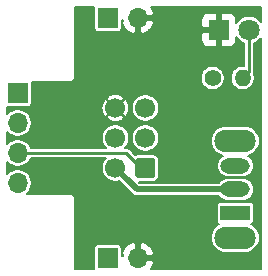
<source format=gbr>
%TF.GenerationSoftware,KiCad,Pcbnew,(5.1.8)-1*%
%TF.CreationDate,2021-11-16T13:30:18-08:00*%
%TF.ProjectId,ISPwPower,49535077-506f-4776-9572-2e6b69636164,rev?*%
%TF.SameCoordinates,Original*%
%TF.FileFunction,Copper,L2,Bot*%
%TF.FilePolarity,Positive*%
%FSLAX46Y46*%
G04 Gerber Fmt 4.6, Leading zero omitted, Abs format (unit mm)*
G04 Created by KiCad (PCBNEW (5.1.8)-1) date 2021-11-16 13:30:18*
%MOMM*%
%LPD*%
G01*
G04 APERTURE LIST*
%TA.AperFunction,ComponentPad*%
%ADD10O,1.400000X1.400000*%
%TD*%
%TA.AperFunction,ComponentPad*%
%ADD11C,1.400000*%
%TD*%
%TA.AperFunction,ComponentPad*%
%ADD12R,1.700000X1.700000*%
%TD*%
%TA.AperFunction,ComponentPad*%
%ADD13O,1.700000X1.700000*%
%TD*%
%TA.AperFunction,ComponentPad*%
%ADD14R,1.800000X1.800000*%
%TD*%
%TA.AperFunction,ComponentPad*%
%ADD15C,1.800000*%
%TD*%
%TA.AperFunction,ComponentPad*%
%ADD16C,1.700000*%
%TD*%
%TA.AperFunction,ComponentPad*%
%ADD17R,2.500000X1.300000*%
%TD*%
%TA.AperFunction,ComponentPad*%
%ADD18O,2.500000X1.300000*%
%TD*%
%TA.AperFunction,ComponentPad*%
%ADD19O,3.500001X1.900000*%
%TD*%
%TA.AperFunction,ViaPad*%
%ADD20C,1.270000*%
%TD*%
%TA.AperFunction,Conductor*%
%ADD21C,0.254000*%
%TD*%
%TA.AperFunction,Conductor*%
%ADD22C,0.508000*%
%TD*%
%TA.AperFunction,Conductor*%
%ADD23C,0.127000*%
%TD*%
%TA.AperFunction,Conductor*%
%ADD24C,0.100000*%
%TD*%
G04 APERTURE END LIST*
D10*
%TO.P,R1,2*%
%TO.N,Net-(D1-Pad2)*%
X168910000Y-95250000D03*
D11*
%TO.P,R1,1*%
%TO.N,/Vin*%
X166370000Y-95250000D03*
%TD*%
D12*
%TO.P,J4,1*%
%TO.N,/RES*%
X149860000Y-96520000D03*
D13*
%TO.P,J4,2*%
%TO.N,/SCK*%
X149860000Y-99060000D03*
%TO.P,J4,3*%
%TO.N,/MISO*%
X149860000Y-101600000D03*
%TO.P,J4,4*%
%TO.N,/MOSI*%
X149860000Y-104140000D03*
%TD*%
D12*
%TO.P,J3,1*%
%TO.N,/Vin*%
X157480000Y-110490000D03*
D13*
%TO.P,J3,2*%
%TO.N,GND*%
X160020000Y-110490000D03*
%TD*%
D12*
%TO.P,J2,1*%
%TO.N,/Vin*%
X157480000Y-90170000D03*
D13*
%TO.P,J2,2*%
%TO.N,GND*%
X160020000Y-90170000D03*
%TD*%
D14*
%TO.P,D1,1*%
%TO.N,GND*%
X166878000Y-91186000D03*
D15*
%TO.P,D1,2*%
%TO.N,Net-(D1-Pad2)*%
X169418000Y-91186000D03*
%TD*%
D16*
%TO.P,J1,6*%
%TO.N,GND*%
X158115000Y-97790000D03*
%TO.P,J1,4*%
%TO.N,/MOSI*%
X158115000Y-100330000D03*
%TO.P,J1,2*%
%TO.N,+V*%
X158115000Y-102870000D03*
%TO.P,J1,5*%
%TO.N,/RES*%
X160655000Y-97790000D03*
%TO.P,J1,3*%
%TO.N,/SCK*%
X160655000Y-100330000D03*
%TO.P,J1,1*%
%TO.N,/MISO*%
%TA.AperFunction,ComponentPad*%
G36*
G01*
X161505000Y-102270000D02*
X161505000Y-103470000D01*
G75*
G02*
X161255000Y-103720000I-250000J0D01*
G01*
X160055000Y-103720000D01*
G75*
G02*
X159805000Y-103470000I0J250000D01*
G01*
X159805000Y-102270000D01*
G75*
G02*
X160055000Y-102020000I250000J0D01*
G01*
X161255000Y-102020000D01*
G75*
G02*
X161505000Y-102270000I0J-250000D01*
G01*
G37*
%TD.AperFunction*%
%TD*%
D17*
%TO.P,SW1,1*%
%TO.N,/Vin*%
X168275000Y-106680000D03*
D18*
%TO.P,SW1,2*%
%TO.N,+V*%
X168275000Y-104680000D03*
%TO.P,SW1,3*%
%TO.N,Net-(SW1-Pad3)*%
X168275000Y-102680000D03*
D19*
%TO.P,SW1,*%
%TO.N,*%
X168275000Y-108780000D03*
X168275000Y-100580000D03*
%TD*%
D20*
%TO.N,GND*%
X153035000Y-103124000D03*
%TD*%
D21*
%TO.N,Net-(D1-Pad2)*%
X169164000Y-90932000D02*
X169418000Y-90678000D01*
X169418000Y-94742000D02*
X168910000Y-95250000D01*
X169418000Y-91567000D02*
X169545000Y-91440000D01*
X169418000Y-94742000D02*
X169418000Y-91567000D01*
D22*
%TO.N,+V*%
X158115000Y-102870000D02*
X159422210Y-104177210D01*
X159925000Y-104680000D02*
X159422210Y-104177210D01*
X168275000Y-104680000D02*
X159925000Y-104680000D01*
D21*
%TO.N,/MISO*%
X159004000Y-101600000D02*
X149860000Y-101600000D01*
X160274000Y-102870000D02*
X159004000Y-101600000D01*
X160655000Y-102870000D02*
X160274000Y-102870000D01*
%TD*%
D23*
%TO.N,GND*%
X156310964Y-89320000D02*
X156310964Y-91020000D01*
X156317094Y-91082241D01*
X156335249Y-91142090D01*
X156364731Y-91197247D01*
X156404407Y-91245593D01*
X156452753Y-91285269D01*
X156507910Y-91314751D01*
X156567759Y-91332906D01*
X156630000Y-91339036D01*
X158330000Y-91339036D01*
X158392241Y-91332906D01*
X158452090Y-91314751D01*
X158507247Y-91285269D01*
X158555593Y-91245593D01*
X158595269Y-91197247D01*
X158624751Y-91142090D01*
X158642906Y-91082241D01*
X158649036Y-91020000D01*
X158649036Y-90360502D01*
X158754189Y-90360502D01*
X158658459Y-90578522D01*
X158764319Y-90836296D01*
X158918434Y-91068465D01*
X159114882Y-91266106D01*
X159346113Y-91421624D01*
X159603241Y-91529043D01*
X159611480Y-91531533D01*
X159829500Y-91434354D01*
X159829500Y-90360500D01*
X160210500Y-90360500D01*
X160210500Y-91434354D01*
X160428520Y-91531533D01*
X160436759Y-91529043D01*
X160693887Y-91421624D01*
X160925118Y-91266106D01*
X161121566Y-91068465D01*
X161275681Y-90836296D01*
X161381541Y-90578522D01*
X161285810Y-90360500D01*
X160210500Y-90360500D01*
X159829500Y-90360500D01*
X159809500Y-90360500D01*
X159809500Y-90286000D01*
X165403735Y-90286000D01*
X165406500Y-90852625D01*
X165549375Y-90995500D01*
X166687500Y-90995500D01*
X166687500Y-89857375D01*
X166544625Y-89714500D01*
X165978000Y-89711735D01*
X165865966Y-89722769D01*
X165758238Y-89755448D01*
X165658955Y-89808516D01*
X165571933Y-89879933D01*
X165500516Y-89966955D01*
X165447448Y-90066238D01*
X165414769Y-90173966D01*
X165403735Y-90286000D01*
X159809500Y-90286000D01*
X159809500Y-89979500D01*
X159829500Y-89979500D01*
X159829500Y-89959500D01*
X160210500Y-89959500D01*
X160210500Y-89979500D01*
X161285810Y-89979500D01*
X161381541Y-89761478D01*
X161275681Y-89503704D01*
X161121566Y-89271535D01*
X161117555Y-89267500D01*
X170447500Y-89267500D01*
X170447500Y-90535313D01*
X170363694Y-90409889D01*
X170194111Y-90240306D01*
X169994703Y-90107065D01*
X169773132Y-90015288D01*
X169537913Y-89968500D01*
X169298087Y-89968500D01*
X169062868Y-90015288D01*
X168841297Y-90107065D01*
X168641889Y-90240306D01*
X168472306Y-90409889D01*
X168350773Y-90591775D01*
X168352265Y-90286000D01*
X168341231Y-90173966D01*
X168308552Y-90066238D01*
X168255484Y-89966955D01*
X168184067Y-89879933D01*
X168097045Y-89808516D01*
X167997762Y-89755448D01*
X167890034Y-89722769D01*
X167778000Y-89711735D01*
X167211375Y-89714500D01*
X167068500Y-89857375D01*
X167068500Y-90995500D01*
X167088500Y-90995500D01*
X167088500Y-91376500D01*
X167068500Y-91376500D01*
X167068500Y-92514625D01*
X167211375Y-92657500D01*
X167778000Y-92660265D01*
X167890034Y-92649231D01*
X167997762Y-92616552D01*
X168097045Y-92563484D01*
X168184067Y-92492067D01*
X168255484Y-92405045D01*
X168308552Y-92305762D01*
X168341231Y-92198034D01*
X168352265Y-92086000D01*
X168350773Y-91780225D01*
X168472306Y-91962111D01*
X168641889Y-92131694D01*
X168841297Y-92264935D01*
X168973501Y-92319695D01*
X168973500Y-94232500D01*
X168809785Y-94232500D01*
X168613206Y-94271602D01*
X168428033Y-94348303D01*
X168261382Y-94459656D01*
X168119656Y-94601382D01*
X168008303Y-94768033D01*
X167931602Y-94953206D01*
X167892500Y-95149785D01*
X167892500Y-95350215D01*
X167931602Y-95546794D01*
X168008303Y-95731967D01*
X168119656Y-95898618D01*
X168261382Y-96040344D01*
X168428033Y-96151697D01*
X168613206Y-96228398D01*
X168809785Y-96267500D01*
X169010215Y-96267500D01*
X169206794Y-96228398D01*
X169391967Y-96151697D01*
X169558618Y-96040344D01*
X169700344Y-95898618D01*
X169811697Y-95731967D01*
X169888398Y-95546794D01*
X169927500Y-95350215D01*
X169927500Y-95149785D01*
X169888398Y-94953206D01*
X169848010Y-94855701D01*
X169856068Y-94829137D01*
X169862500Y-94763830D01*
X169862500Y-94763821D01*
X169864649Y-94742001D01*
X169862500Y-94720181D01*
X169862500Y-92319695D01*
X169994703Y-92264935D01*
X170194111Y-92131694D01*
X170363694Y-91962111D01*
X170447500Y-91836687D01*
X170447501Y-111392500D01*
X161117555Y-111392500D01*
X161121566Y-111388465D01*
X161275681Y-111156296D01*
X161381541Y-110898522D01*
X161285810Y-110680500D01*
X160210500Y-110680500D01*
X160210500Y-110700500D01*
X159829500Y-110700500D01*
X159829500Y-110680500D01*
X159809500Y-110680500D01*
X159809500Y-110299500D01*
X159829500Y-110299500D01*
X159829500Y-109225646D01*
X160210500Y-109225646D01*
X160210500Y-110299500D01*
X161285810Y-110299500D01*
X161381541Y-110081478D01*
X161275681Y-109823704D01*
X161121566Y-109591535D01*
X160925118Y-109393894D01*
X160693887Y-109238376D01*
X160436759Y-109130957D01*
X160428520Y-109128467D01*
X160210500Y-109225646D01*
X159829500Y-109225646D01*
X159611480Y-109128467D01*
X159603241Y-109130957D01*
X159346113Y-109238376D01*
X159114882Y-109393894D01*
X158918434Y-109591535D01*
X158764319Y-109823704D01*
X158658459Y-110081478D01*
X158754189Y-110299498D01*
X158649036Y-110299498D01*
X158649036Y-109640000D01*
X158642906Y-109577759D01*
X158624751Y-109517910D01*
X158595269Y-109462753D01*
X158555593Y-109414407D01*
X158507247Y-109374731D01*
X158452090Y-109345249D01*
X158392241Y-109327094D01*
X158330000Y-109320964D01*
X156630000Y-109320964D01*
X156567759Y-109327094D01*
X156507910Y-109345249D01*
X156452753Y-109374731D01*
X156404407Y-109414407D01*
X156364731Y-109462753D01*
X156335249Y-109517910D01*
X156317094Y-109577759D01*
X156310964Y-109640000D01*
X156310964Y-111340000D01*
X156316135Y-111392500D01*
X154672500Y-111392500D01*
X154672500Y-108780000D01*
X166201368Y-108780000D01*
X166225840Y-109028473D01*
X166298317Y-109267398D01*
X166416014Y-109487592D01*
X166574406Y-109680594D01*
X166767408Y-109838986D01*
X166987602Y-109956683D01*
X167226527Y-110029160D01*
X167412740Y-110047500D01*
X169137260Y-110047500D01*
X169323473Y-110029160D01*
X169562398Y-109956683D01*
X169782592Y-109838986D01*
X169975594Y-109680594D01*
X170133986Y-109487592D01*
X170251683Y-109267398D01*
X170324160Y-109028473D01*
X170348632Y-108780000D01*
X170324160Y-108531527D01*
X170251683Y-108292602D01*
X170133986Y-108072408D01*
X169975594Y-107879406D01*
X169782592Y-107721014D01*
X169618642Y-107633380D01*
X169647090Y-107624751D01*
X169702247Y-107595269D01*
X169750593Y-107555593D01*
X169790269Y-107507247D01*
X169819751Y-107452090D01*
X169837906Y-107392241D01*
X169844036Y-107330000D01*
X169844036Y-106030000D01*
X169837906Y-105967759D01*
X169819751Y-105907910D01*
X169790269Y-105852753D01*
X169750593Y-105804407D01*
X169702247Y-105764731D01*
X169647090Y-105735249D01*
X169587241Y-105717094D01*
X169525000Y-105710964D01*
X167025000Y-105710964D01*
X166962759Y-105717094D01*
X166902910Y-105735249D01*
X166847753Y-105764731D01*
X166799407Y-105804407D01*
X166759731Y-105852753D01*
X166730249Y-105907910D01*
X166712094Y-105967759D01*
X166705964Y-106030000D01*
X166705964Y-107330000D01*
X166712094Y-107392241D01*
X166730249Y-107452090D01*
X166759731Y-107507247D01*
X166799407Y-107555593D01*
X166847753Y-107595269D01*
X166902910Y-107624751D01*
X166931358Y-107633380D01*
X166767408Y-107721014D01*
X166574406Y-107879406D01*
X166416014Y-108072408D01*
X166298317Y-108292602D01*
X166225840Y-108531527D01*
X166201368Y-108780000D01*
X154672500Y-108780000D01*
X154672500Y-105428050D01*
X154674278Y-105410000D01*
X154667182Y-105337957D01*
X154646168Y-105268683D01*
X154612043Y-105204840D01*
X154566119Y-105148881D01*
X154510160Y-105102957D01*
X154446317Y-105068832D01*
X154377043Y-105047818D01*
X154323051Y-105042500D01*
X154305000Y-105040722D01*
X154286949Y-105042500D01*
X150608594Y-105042500D01*
X150766856Y-104884238D01*
X150894625Y-104693019D01*
X150982634Y-104480547D01*
X151027500Y-104254989D01*
X151027500Y-104025011D01*
X150982634Y-103799453D01*
X150894625Y-103586981D01*
X150766856Y-103395762D01*
X150604238Y-103233144D01*
X150413019Y-103105375D01*
X150200547Y-103017366D01*
X149974989Y-102972500D01*
X149745011Y-102972500D01*
X149519453Y-103017366D01*
X149306981Y-103105375D01*
X149115762Y-103233144D01*
X148957500Y-103391406D01*
X148957500Y-102348594D01*
X149115762Y-102506856D01*
X149306981Y-102634625D01*
X149519453Y-102722634D01*
X149745011Y-102767500D01*
X149974989Y-102767500D01*
X150200547Y-102722634D01*
X150413019Y-102634625D01*
X150604238Y-102506856D01*
X150766856Y-102344238D01*
X150894625Y-102153019D01*
X150939575Y-102044500D01*
X157289406Y-102044500D01*
X157208144Y-102125762D01*
X157080375Y-102316981D01*
X156992366Y-102529453D01*
X156947500Y-102755011D01*
X156947500Y-102984989D01*
X156992366Y-103210547D01*
X157080375Y-103423019D01*
X157208144Y-103614238D01*
X157370762Y-103776856D01*
X157561981Y-103904625D01*
X157774453Y-103992634D01*
X158000011Y-104037500D01*
X158229989Y-104037500D01*
X158433748Y-103996970D01*
X159037949Y-104601172D01*
X159037954Y-104601176D01*
X159501034Y-105064257D01*
X159518933Y-105086067D01*
X159605955Y-105157484D01*
X159705238Y-105210552D01*
X159812966Y-105243231D01*
X159896926Y-105251500D01*
X159896927Y-105251500D01*
X159924999Y-105254265D01*
X159953071Y-105251500D01*
X166892418Y-105251500D01*
X166987564Y-105367436D01*
X167134885Y-105488339D01*
X167302962Y-105578178D01*
X167485337Y-105633501D01*
X167627473Y-105647500D01*
X168922527Y-105647500D01*
X169064663Y-105633501D01*
X169247038Y-105578178D01*
X169415115Y-105488339D01*
X169562436Y-105367436D01*
X169683339Y-105220115D01*
X169773178Y-105052038D01*
X169828501Y-104869663D01*
X169847181Y-104680000D01*
X169828501Y-104490337D01*
X169773178Y-104307962D01*
X169683339Y-104139885D01*
X169562436Y-103992564D01*
X169415115Y-103871661D01*
X169247038Y-103781822D01*
X169064663Y-103726499D01*
X168922527Y-103712500D01*
X167627473Y-103712500D01*
X167485337Y-103726499D01*
X167302962Y-103781822D01*
X167134885Y-103871661D01*
X166987564Y-103992564D01*
X166892418Y-104108500D01*
X160161723Y-104108500D01*
X160092259Y-104039036D01*
X161255000Y-104039036D01*
X161366013Y-104028102D01*
X161472761Y-103995721D01*
X161571139Y-103943136D01*
X161657369Y-103872369D01*
X161728136Y-103786139D01*
X161780721Y-103687761D01*
X161813102Y-103581013D01*
X161824036Y-103470000D01*
X161824036Y-102270000D01*
X161813102Y-102158987D01*
X161780721Y-102052239D01*
X161728136Y-101953861D01*
X161657369Y-101867631D01*
X161571139Y-101796864D01*
X161472761Y-101744279D01*
X161366013Y-101711898D01*
X161255000Y-101700964D01*
X160055000Y-101700964D01*
X159943987Y-101711898D01*
X159837239Y-101744279D01*
X159797915Y-101765298D01*
X159333747Y-101301130D01*
X159319829Y-101284171D01*
X159252145Y-101228624D01*
X159174926Y-101187349D01*
X159091137Y-101161932D01*
X159025830Y-101155500D01*
X159025820Y-101155500D01*
X159004000Y-101153351D01*
X158982180Y-101155500D01*
X158940594Y-101155500D01*
X159021856Y-101074238D01*
X159149625Y-100883019D01*
X159237634Y-100670547D01*
X159282500Y-100444989D01*
X159282500Y-100215011D01*
X159487500Y-100215011D01*
X159487500Y-100444989D01*
X159532366Y-100670547D01*
X159620375Y-100883019D01*
X159748144Y-101074238D01*
X159910762Y-101236856D01*
X160101981Y-101364625D01*
X160314453Y-101452634D01*
X160540011Y-101497500D01*
X160769989Y-101497500D01*
X160995547Y-101452634D01*
X161208019Y-101364625D01*
X161399238Y-101236856D01*
X161561856Y-101074238D01*
X161689625Y-100883019D01*
X161777634Y-100670547D01*
X161795644Y-100580000D01*
X166201368Y-100580000D01*
X166225840Y-100828473D01*
X166298317Y-101067398D01*
X166416014Y-101287592D01*
X166574406Y-101480594D01*
X166767408Y-101638986D01*
X166987602Y-101756683D01*
X167218790Y-101826813D01*
X167134885Y-101871661D01*
X166987564Y-101992564D01*
X166866661Y-102139885D01*
X166776822Y-102307962D01*
X166721499Y-102490337D01*
X166702819Y-102680000D01*
X166721499Y-102869663D01*
X166776822Y-103052038D01*
X166866661Y-103220115D01*
X166987564Y-103367436D01*
X167134885Y-103488339D01*
X167302962Y-103578178D01*
X167485337Y-103633501D01*
X167627473Y-103647500D01*
X168922527Y-103647500D01*
X169064663Y-103633501D01*
X169247038Y-103578178D01*
X169415115Y-103488339D01*
X169562436Y-103367436D01*
X169683339Y-103220115D01*
X169773178Y-103052038D01*
X169828501Y-102869663D01*
X169847181Y-102680000D01*
X169828501Y-102490337D01*
X169773178Y-102307962D01*
X169683339Y-102139885D01*
X169562436Y-101992564D01*
X169415115Y-101871661D01*
X169331210Y-101826813D01*
X169562398Y-101756683D01*
X169782592Y-101638986D01*
X169975594Y-101480594D01*
X170133986Y-101287592D01*
X170251683Y-101067398D01*
X170324160Y-100828473D01*
X170348632Y-100580000D01*
X170324160Y-100331527D01*
X170251683Y-100092602D01*
X170133986Y-99872408D01*
X169975594Y-99679406D01*
X169782592Y-99521014D01*
X169562398Y-99403317D01*
X169323473Y-99330840D01*
X169137260Y-99312500D01*
X167412740Y-99312500D01*
X167226527Y-99330840D01*
X166987602Y-99403317D01*
X166767408Y-99521014D01*
X166574406Y-99679406D01*
X166416014Y-99872408D01*
X166298317Y-100092602D01*
X166225840Y-100331527D01*
X166201368Y-100580000D01*
X161795644Y-100580000D01*
X161822500Y-100444989D01*
X161822500Y-100215011D01*
X161777634Y-99989453D01*
X161689625Y-99776981D01*
X161561856Y-99585762D01*
X161399238Y-99423144D01*
X161208019Y-99295375D01*
X160995547Y-99207366D01*
X160769989Y-99162500D01*
X160540011Y-99162500D01*
X160314453Y-99207366D01*
X160101981Y-99295375D01*
X159910762Y-99423144D01*
X159748144Y-99585762D01*
X159620375Y-99776981D01*
X159532366Y-99989453D01*
X159487500Y-100215011D01*
X159282500Y-100215011D01*
X159237634Y-99989453D01*
X159149625Y-99776981D01*
X159021856Y-99585762D01*
X158859238Y-99423144D01*
X158668019Y-99295375D01*
X158455547Y-99207366D01*
X158229989Y-99162500D01*
X158000011Y-99162500D01*
X157774453Y-99207366D01*
X157561981Y-99295375D01*
X157370762Y-99423144D01*
X157208144Y-99585762D01*
X157080375Y-99776981D01*
X156992366Y-99989453D01*
X156947500Y-100215011D01*
X156947500Y-100444989D01*
X156992366Y-100670547D01*
X157080375Y-100883019D01*
X157208144Y-101074238D01*
X157289406Y-101155500D01*
X150939575Y-101155500D01*
X150894625Y-101046981D01*
X150766856Y-100855762D01*
X150604238Y-100693144D01*
X150413019Y-100565375D01*
X150200547Y-100477366D01*
X149974989Y-100432500D01*
X149745011Y-100432500D01*
X149519453Y-100477366D01*
X149306981Y-100565375D01*
X149115762Y-100693144D01*
X148957500Y-100851406D01*
X148957500Y-99808594D01*
X149115762Y-99966856D01*
X149306981Y-100094625D01*
X149519453Y-100182634D01*
X149745011Y-100227500D01*
X149974989Y-100227500D01*
X150200547Y-100182634D01*
X150413019Y-100094625D01*
X150604238Y-99966856D01*
X150766856Y-99804238D01*
X150894625Y-99613019D01*
X150982634Y-99400547D01*
X151027500Y-99174989D01*
X151027500Y-98945011D01*
X150982634Y-98719453D01*
X150928966Y-98589886D01*
X157368995Y-98589886D01*
X157456628Y-98760991D01*
X157658710Y-98870776D01*
X157878326Y-98939027D01*
X158107037Y-98963122D01*
X158336055Y-98942134D01*
X158556578Y-98876870D01*
X158760130Y-98769839D01*
X158773372Y-98760991D01*
X158861005Y-98589886D01*
X158115000Y-97843882D01*
X157368995Y-98589886D01*
X150928966Y-98589886D01*
X150894625Y-98506981D01*
X150766856Y-98315762D01*
X150604238Y-98153144D01*
X150413019Y-98025375D01*
X150200547Y-97937366D01*
X149974989Y-97892500D01*
X149745011Y-97892500D01*
X149519453Y-97937366D01*
X149306981Y-98025375D01*
X149115762Y-98153144D01*
X148957500Y-98311406D01*
X148957500Y-97782037D01*
X156941878Y-97782037D01*
X156962866Y-98011055D01*
X157028130Y-98231578D01*
X157135161Y-98435130D01*
X157144009Y-98448372D01*
X157315114Y-98536005D01*
X158061118Y-97790000D01*
X158168882Y-97790000D01*
X158914886Y-98536005D01*
X159085991Y-98448372D01*
X159195776Y-98246290D01*
X159264027Y-98026674D01*
X159288122Y-97797963D01*
X159276855Y-97675011D01*
X159487500Y-97675011D01*
X159487500Y-97904989D01*
X159532366Y-98130547D01*
X159620375Y-98343019D01*
X159748144Y-98534238D01*
X159910762Y-98696856D01*
X160101981Y-98824625D01*
X160314453Y-98912634D01*
X160540011Y-98957500D01*
X160769989Y-98957500D01*
X160995547Y-98912634D01*
X161208019Y-98824625D01*
X161399238Y-98696856D01*
X161561856Y-98534238D01*
X161689625Y-98343019D01*
X161777634Y-98130547D01*
X161822500Y-97904989D01*
X161822500Y-97675011D01*
X161777634Y-97449453D01*
X161689625Y-97236981D01*
X161561856Y-97045762D01*
X161399238Y-96883144D01*
X161208019Y-96755375D01*
X160995547Y-96667366D01*
X160769989Y-96622500D01*
X160540011Y-96622500D01*
X160314453Y-96667366D01*
X160101981Y-96755375D01*
X159910762Y-96883144D01*
X159748144Y-97045762D01*
X159620375Y-97236981D01*
X159532366Y-97449453D01*
X159487500Y-97675011D01*
X159276855Y-97675011D01*
X159267134Y-97568945D01*
X159201870Y-97348422D01*
X159094839Y-97144870D01*
X159085991Y-97131628D01*
X158914886Y-97043995D01*
X158168882Y-97790000D01*
X158061118Y-97790000D01*
X157315114Y-97043995D01*
X157144009Y-97131628D01*
X157034224Y-97333710D01*
X156965973Y-97553326D01*
X156941878Y-97782037D01*
X148957500Y-97782037D01*
X148957500Y-97683865D01*
X149010000Y-97689036D01*
X150710000Y-97689036D01*
X150772241Y-97682906D01*
X150832090Y-97664751D01*
X150887247Y-97635269D01*
X150935593Y-97595593D01*
X150975269Y-97547247D01*
X151004751Y-97492090D01*
X151022906Y-97432241D01*
X151029036Y-97370000D01*
X151029036Y-96990114D01*
X157368995Y-96990114D01*
X158115000Y-97736118D01*
X158861005Y-96990114D01*
X158773372Y-96819009D01*
X158571290Y-96709224D01*
X158351674Y-96640973D01*
X158122963Y-96616878D01*
X157893945Y-96637866D01*
X157673422Y-96703130D01*
X157469870Y-96810161D01*
X157456628Y-96819009D01*
X157368995Y-96990114D01*
X151029036Y-96990114D01*
X151029036Y-95670000D01*
X151023865Y-95617500D01*
X154286949Y-95617500D01*
X154305000Y-95619278D01*
X154323051Y-95617500D01*
X154377043Y-95612182D01*
X154446317Y-95591168D01*
X154510160Y-95557043D01*
X154566119Y-95511119D01*
X154612043Y-95455160D01*
X154646168Y-95391317D01*
X154667182Y-95322043D01*
X154674278Y-95250000D01*
X154672500Y-95231949D01*
X154672500Y-95149785D01*
X165352500Y-95149785D01*
X165352500Y-95350215D01*
X165391602Y-95546794D01*
X165468303Y-95731967D01*
X165579656Y-95898618D01*
X165721382Y-96040344D01*
X165888033Y-96151697D01*
X166073206Y-96228398D01*
X166269785Y-96267500D01*
X166470215Y-96267500D01*
X166666794Y-96228398D01*
X166851967Y-96151697D01*
X167018618Y-96040344D01*
X167160344Y-95898618D01*
X167271697Y-95731967D01*
X167348398Y-95546794D01*
X167387500Y-95350215D01*
X167387500Y-95149785D01*
X167348398Y-94953206D01*
X167271697Y-94768033D01*
X167160344Y-94601382D01*
X167018618Y-94459656D01*
X166851967Y-94348303D01*
X166666794Y-94271602D01*
X166470215Y-94232500D01*
X166269785Y-94232500D01*
X166073206Y-94271602D01*
X165888033Y-94348303D01*
X165721382Y-94459656D01*
X165579656Y-94601382D01*
X165468303Y-94768033D01*
X165391602Y-94953206D01*
X165352500Y-95149785D01*
X154672500Y-95149785D01*
X154672500Y-92086000D01*
X165403735Y-92086000D01*
X165414769Y-92198034D01*
X165447448Y-92305762D01*
X165500516Y-92405045D01*
X165571933Y-92492067D01*
X165658955Y-92563484D01*
X165758238Y-92616552D01*
X165865966Y-92649231D01*
X165978000Y-92660265D01*
X166544625Y-92657500D01*
X166687500Y-92514625D01*
X166687500Y-91376500D01*
X165549375Y-91376500D01*
X165406500Y-91519375D01*
X165403735Y-92086000D01*
X154672500Y-92086000D01*
X154672500Y-89267500D01*
X156316135Y-89267500D01*
X156310964Y-89320000D01*
%TA.AperFunction,Conductor*%
D24*
G36*
X156310964Y-89320000D02*
G01*
X156310964Y-91020000D01*
X156317094Y-91082241D01*
X156335249Y-91142090D01*
X156364731Y-91197247D01*
X156404407Y-91245593D01*
X156452753Y-91285269D01*
X156507910Y-91314751D01*
X156567759Y-91332906D01*
X156630000Y-91339036D01*
X158330000Y-91339036D01*
X158392241Y-91332906D01*
X158452090Y-91314751D01*
X158507247Y-91285269D01*
X158555593Y-91245593D01*
X158595269Y-91197247D01*
X158624751Y-91142090D01*
X158642906Y-91082241D01*
X158649036Y-91020000D01*
X158649036Y-90360502D01*
X158754189Y-90360502D01*
X158658459Y-90578522D01*
X158764319Y-90836296D01*
X158918434Y-91068465D01*
X159114882Y-91266106D01*
X159346113Y-91421624D01*
X159603241Y-91529043D01*
X159611480Y-91531533D01*
X159829500Y-91434354D01*
X159829500Y-90360500D01*
X160210500Y-90360500D01*
X160210500Y-91434354D01*
X160428520Y-91531533D01*
X160436759Y-91529043D01*
X160693887Y-91421624D01*
X160925118Y-91266106D01*
X161121566Y-91068465D01*
X161275681Y-90836296D01*
X161381541Y-90578522D01*
X161285810Y-90360500D01*
X160210500Y-90360500D01*
X159829500Y-90360500D01*
X159809500Y-90360500D01*
X159809500Y-90286000D01*
X165403735Y-90286000D01*
X165406500Y-90852625D01*
X165549375Y-90995500D01*
X166687500Y-90995500D01*
X166687500Y-89857375D01*
X166544625Y-89714500D01*
X165978000Y-89711735D01*
X165865966Y-89722769D01*
X165758238Y-89755448D01*
X165658955Y-89808516D01*
X165571933Y-89879933D01*
X165500516Y-89966955D01*
X165447448Y-90066238D01*
X165414769Y-90173966D01*
X165403735Y-90286000D01*
X159809500Y-90286000D01*
X159809500Y-89979500D01*
X159829500Y-89979500D01*
X159829500Y-89959500D01*
X160210500Y-89959500D01*
X160210500Y-89979500D01*
X161285810Y-89979500D01*
X161381541Y-89761478D01*
X161275681Y-89503704D01*
X161121566Y-89271535D01*
X161117555Y-89267500D01*
X170447500Y-89267500D01*
X170447500Y-90535313D01*
X170363694Y-90409889D01*
X170194111Y-90240306D01*
X169994703Y-90107065D01*
X169773132Y-90015288D01*
X169537913Y-89968500D01*
X169298087Y-89968500D01*
X169062868Y-90015288D01*
X168841297Y-90107065D01*
X168641889Y-90240306D01*
X168472306Y-90409889D01*
X168350773Y-90591775D01*
X168352265Y-90286000D01*
X168341231Y-90173966D01*
X168308552Y-90066238D01*
X168255484Y-89966955D01*
X168184067Y-89879933D01*
X168097045Y-89808516D01*
X167997762Y-89755448D01*
X167890034Y-89722769D01*
X167778000Y-89711735D01*
X167211375Y-89714500D01*
X167068500Y-89857375D01*
X167068500Y-90995500D01*
X167088500Y-90995500D01*
X167088500Y-91376500D01*
X167068500Y-91376500D01*
X167068500Y-92514625D01*
X167211375Y-92657500D01*
X167778000Y-92660265D01*
X167890034Y-92649231D01*
X167997762Y-92616552D01*
X168097045Y-92563484D01*
X168184067Y-92492067D01*
X168255484Y-92405045D01*
X168308552Y-92305762D01*
X168341231Y-92198034D01*
X168352265Y-92086000D01*
X168350773Y-91780225D01*
X168472306Y-91962111D01*
X168641889Y-92131694D01*
X168841297Y-92264935D01*
X168973501Y-92319695D01*
X168973500Y-94232500D01*
X168809785Y-94232500D01*
X168613206Y-94271602D01*
X168428033Y-94348303D01*
X168261382Y-94459656D01*
X168119656Y-94601382D01*
X168008303Y-94768033D01*
X167931602Y-94953206D01*
X167892500Y-95149785D01*
X167892500Y-95350215D01*
X167931602Y-95546794D01*
X168008303Y-95731967D01*
X168119656Y-95898618D01*
X168261382Y-96040344D01*
X168428033Y-96151697D01*
X168613206Y-96228398D01*
X168809785Y-96267500D01*
X169010215Y-96267500D01*
X169206794Y-96228398D01*
X169391967Y-96151697D01*
X169558618Y-96040344D01*
X169700344Y-95898618D01*
X169811697Y-95731967D01*
X169888398Y-95546794D01*
X169927500Y-95350215D01*
X169927500Y-95149785D01*
X169888398Y-94953206D01*
X169848010Y-94855701D01*
X169856068Y-94829137D01*
X169862500Y-94763830D01*
X169862500Y-94763821D01*
X169864649Y-94742001D01*
X169862500Y-94720181D01*
X169862500Y-92319695D01*
X169994703Y-92264935D01*
X170194111Y-92131694D01*
X170363694Y-91962111D01*
X170447500Y-91836687D01*
X170447501Y-111392500D01*
X161117555Y-111392500D01*
X161121566Y-111388465D01*
X161275681Y-111156296D01*
X161381541Y-110898522D01*
X161285810Y-110680500D01*
X160210500Y-110680500D01*
X160210500Y-110700500D01*
X159829500Y-110700500D01*
X159829500Y-110680500D01*
X159809500Y-110680500D01*
X159809500Y-110299500D01*
X159829500Y-110299500D01*
X159829500Y-109225646D01*
X160210500Y-109225646D01*
X160210500Y-110299500D01*
X161285810Y-110299500D01*
X161381541Y-110081478D01*
X161275681Y-109823704D01*
X161121566Y-109591535D01*
X160925118Y-109393894D01*
X160693887Y-109238376D01*
X160436759Y-109130957D01*
X160428520Y-109128467D01*
X160210500Y-109225646D01*
X159829500Y-109225646D01*
X159611480Y-109128467D01*
X159603241Y-109130957D01*
X159346113Y-109238376D01*
X159114882Y-109393894D01*
X158918434Y-109591535D01*
X158764319Y-109823704D01*
X158658459Y-110081478D01*
X158754189Y-110299498D01*
X158649036Y-110299498D01*
X158649036Y-109640000D01*
X158642906Y-109577759D01*
X158624751Y-109517910D01*
X158595269Y-109462753D01*
X158555593Y-109414407D01*
X158507247Y-109374731D01*
X158452090Y-109345249D01*
X158392241Y-109327094D01*
X158330000Y-109320964D01*
X156630000Y-109320964D01*
X156567759Y-109327094D01*
X156507910Y-109345249D01*
X156452753Y-109374731D01*
X156404407Y-109414407D01*
X156364731Y-109462753D01*
X156335249Y-109517910D01*
X156317094Y-109577759D01*
X156310964Y-109640000D01*
X156310964Y-111340000D01*
X156316135Y-111392500D01*
X154672500Y-111392500D01*
X154672500Y-108780000D01*
X166201368Y-108780000D01*
X166225840Y-109028473D01*
X166298317Y-109267398D01*
X166416014Y-109487592D01*
X166574406Y-109680594D01*
X166767408Y-109838986D01*
X166987602Y-109956683D01*
X167226527Y-110029160D01*
X167412740Y-110047500D01*
X169137260Y-110047500D01*
X169323473Y-110029160D01*
X169562398Y-109956683D01*
X169782592Y-109838986D01*
X169975594Y-109680594D01*
X170133986Y-109487592D01*
X170251683Y-109267398D01*
X170324160Y-109028473D01*
X170348632Y-108780000D01*
X170324160Y-108531527D01*
X170251683Y-108292602D01*
X170133986Y-108072408D01*
X169975594Y-107879406D01*
X169782592Y-107721014D01*
X169618642Y-107633380D01*
X169647090Y-107624751D01*
X169702247Y-107595269D01*
X169750593Y-107555593D01*
X169790269Y-107507247D01*
X169819751Y-107452090D01*
X169837906Y-107392241D01*
X169844036Y-107330000D01*
X169844036Y-106030000D01*
X169837906Y-105967759D01*
X169819751Y-105907910D01*
X169790269Y-105852753D01*
X169750593Y-105804407D01*
X169702247Y-105764731D01*
X169647090Y-105735249D01*
X169587241Y-105717094D01*
X169525000Y-105710964D01*
X167025000Y-105710964D01*
X166962759Y-105717094D01*
X166902910Y-105735249D01*
X166847753Y-105764731D01*
X166799407Y-105804407D01*
X166759731Y-105852753D01*
X166730249Y-105907910D01*
X166712094Y-105967759D01*
X166705964Y-106030000D01*
X166705964Y-107330000D01*
X166712094Y-107392241D01*
X166730249Y-107452090D01*
X166759731Y-107507247D01*
X166799407Y-107555593D01*
X166847753Y-107595269D01*
X166902910Y-107624751D01*
X166931358Y-107633380D01*
X166767408Y-107721014D01*
X166574406Y-107879406D01*
X166416014Y-108072408D01*
X166298317Y-108292602D01*
X166225840Y-108531527D01*
X166201368Y-108780000D01*
X154672500Y-108780000D01*
X154672500Y-105428050D01*
X154674278Y-105410000D01*
X154667182Y-105337957D01*
X154646168Y-105268683D01*
X154612043Y-105204840D01*
X154566119Y-105148881D01*
X154510160Y-105102957D01*
X154446317Y-105068832D01*
X154377043Y-105047818D01*
X154323051Y-105042500D01*
X154305000Y-105040722D01*
X154286949Y-105042500D01*
X150608594Y-105042500D01*
X150766856Y-104884238D01*
X150894625Y-104693019D01*
X150982634Y-104480547D01*
X151027500Y-104254989D01*
X151027500Y-104025011D01*
X150982634Y-103799453D01*
X150894625Y-103586981D01*
X150766856Y-103395762D01*
X150604238Y-103233144D01*
X150413019Y-103105375D01*
X150200547Y-103017366D01*
X149974989Y-102972500D01*
X149745011Y-102972500D01*
X149519453Y-103017366D01*
X149306981Y-103105375D01*
X149115762Y-103233144D01*
X148957500Y-103391406D01*
X148957500Y-102348594D01*
X149115762Y-102506856D01*
X149306981Y-102634625D01*
X149519453Y-102722634D01*
X149745011Y-102767500D01*
X149974989Y-102767500D01*
X150200547Y-102722634D01*
X150413019Y-102634625D01*
X150604238Y-102506856D01*
X150766856Y-102344238D01*
X150894625Y-102153019D01*
X150939575Y-102044500D01*
X157289406Y-102044500D01*
X157208144Y-102125762D01*
X157080375Y-102316981D01*
X156992366Y-102529453D01*
X156947500Y-102755011D01*
X156947500Y-102984989D01*
X156992366Y-103210547D01*
X157080375Y-103423019D01*
X157208144Y-103614238D01*
X157370762Y-103776856D01*
X157561981Y-103904625D01*
X157774453Y-103992634D01*
X158000011Y-104037500D01*
X158229989Y-104037500D01*
X158433748Y-103996970D01*
X159037949Y-104601172D01*
X159037954Y-104601176D01*
X159501034Y-105064257D01*
X159518933Y-105086067D01*
X159605955Y-105157484D01*
X159705238Y-105210552D01*
X159812966Y-105243231D01*
X159896926Y-105251500D01*
X159896927Y-105251500D01*
X159924999Y-105254265D01*
X159953071Y-105251500D01*
X166892418Y-105251500D01*
X166987564Y-105367436D01*
X167134885Y-105488339D01*
X167302962Y-105578178D01*
X167485337Y-105633501D01*
X167627473Y-105647500D01*
X168922527Y-105647500D01*
X169064663Y-105633501D01*
X169247038Y-105578178D01*
X169415115Y-105488339D01*
X169562436Y-105367436D01*
X169683339Y-105220115D01*
X169773178Y-105052038D01*
X169828501Y-104869663D01*
X169847181Y-104680000D01*
X169828501Y-104490337D01*
X169773178Y-104307962D01*
X169683339Y-104139885D01*
X169562436Y-103992564D01*
X169415115Y-103871661D01*
X169247038Y-103781822D01*
X169064663Y-103726499D01*
X168922527Y-103712500D01*
X167627473Y-103712500D01*
X167485337Y-103726499D01*
X167302962Y-103781822D01*
X167134885Y-103871661D01*
X166987564Y-103992564D01*
X166892418Y-104108500D01*
X160161723Y-104108500D01*
X160092259Y-104039036D01*
X161255000Y-104039036D01*
X161366013Y-104028102D01*
X161472761Y-103995721D01*
X161571139Y-103943136D01*
X161657369Y-103872369D01*
X161728136Y-103786139D01*
X161780721Y-103687761D01*
X161813102Y-103581013D01*
X161824036Y-103470000D01*
X161824036Y-102270000D01*
X161813102Y-102158987D01*
X161780721Y-102052239D01*
X161728136Y-101953861D01*
X161657369Y-101867631D01*
X161571139Y-101796864D01*
X161472761Y-101744279D01*
X161366013Y-101711898D01*
X161255000Y-101700964D01*
X160055000Y-101700964D01*
X159943987Y-101711898D01*
X159837239Y-101744279D01*
X159797915Y-101765298D01*
X159333747Y-101301130D01*
X159319829Y-101284171D01*
X159252145Y-101228624D01*
X159174926Y-101187349D01*
X159091137Y-101161932D01*
X159025830Y-101155500D01*
X159025820Y-101155500D01*
X159004000Y-101153351D01*
X158982180Y-101155500D01*
X158940594Y-101155500D01*
X159021856Y-101074238D01*
X159149625Y-100883019D01*
X159237634Y-100670547D01*
X159282500Y-100444989D01*
X159282500Y-100215011D01*
X159487500Y-100215011D01*
X159487500Y-100444989D01*
X159532366Y-100670547D01*
X159620375Y-100883019D01*
X159748144Y-101074238D01*
X159910762Y-101236856D01*
X160101981Y-101364625D01*
X160314453Y-101452634D01*
X160540011Y-101497500D01*
X160769989Y-101497500D01*
X160995547Y-101452634D01*
X161208019Y-101364625D01*
X161399238Y-101236856D01*
X161561856Y-101074238D01*
X161689625Y-100883019D01*
X161777634Y-100670547D01*
X161795644Y-100580000D01*
X166201368Y-100580000D01*
X166225840Y-100828473D01*
X166298317Y-101067398D01*
X166416014Y-101287592D01*
X166574406Y-101480594D01*
X166767408Y-101638986D01*
X166987602Y-101756683D01*
X167218790Y-101826813D01*
X167134885Y-101871661D01*
X166987564Y-101992564D01*
X166866661Y-102139885D01*
X166776822Y-102307962D01*
X166721499Y-102490337D01*
X166702819Y-102680000D01*
X166721499Y-102869663D01*
X166776822Y-103052038D01*
X166866661Y-103220115D01*
X166987564Y-103367436D01*
X167134885Y-103488339D01*
X167302962Y-103578178D01*
X167485337Y-103633501D01*
X167627473Y-103647500D01*
X168922527Y-103647500D01*
X169064663Y-103633501D01*
X169247038Y-103578178D01*
X169415115Y-103488339D01*
X169562436Y-103367436D01*
X169683339Y-103220115D01*
X169773178Y-103052038D01*
X169828501Y-102869663D01*
X169847181Y-102680000D01*
X169828501Y-102490337D01*
X169773178Y-102307962D01*
X169683339Y-102139885D01*
X169562436Y-101992564D01*
X169415115Y-101871661D01*
X169331210Y-101826813D01*
X169562398Y-101756683D01*
X169782592Y-101638986D01*
X169975594Y-101480594D01*
X170133986Y-101287592D01*
X170251683Y-101067398D01*
X170324160Y-100828473D01*
X170348632Y-100580000D01*
X170324160Y-100331527D01*
X170251683Y-100092602D01*
X170133986Y-99872408D01*
X169975594Y-99679406D01*
X169782592Y-99521014D01*
X169562398Y-99403317D01*
X169323473Y-99330840D01*
X169137260Y-99312500D01*
X167412740Y-99312500D01*
X167226527Y-99330840D01*
X166987602Y-99403317D01*
X166767408Y-99521014D01*
X166574406Y-99679406D01*
X166416014Y-99872408D01*
X166298317Y-100092602D01*
X166225840Y-100331527D01*
X166201368Y-100580000D01*
X161795644Y-100580000D01*
X161822500Y-100444989D01*
X161822500Y-100215011D01*
X161777634Y-99989453D01*
X161689625Y-99776981D01*
X161561856Y-99585762D01*
X161399238Y-99423144D01*
X161208019Y-99295375D01*
X160995547Y-99207366D01*
X160769989Y-99162500D01*
X160540011Y-99162500D01*
X160314453Y-99207366D01*
X160101981Y-99295375D01*
X159910762Y-99423144D01*
X159748144Y-99585762D01*
X159620375Y-99776981D01*
X159532366Y-99989453D01*
X159487500Y-100215011D01*
X159282500Y-100215011D01*
X159237634Y-99989453D01*
X159149625Y-99776981D01*
X159021856Y-99585762D01*
X158859238Y-99423144D01*
X158668019Y-99295375D01*
X158455547Y-99207366D01*
X158229989Y-99162500D01*
X158000011Y-99162500D01*
X157774453Y-99207366D01*
X157561981Y-99295375D01*
X157370762Y-99423144D01*
X157208144Y-99585762D01*
X157080375Y-99776981D01*
X156992366Y-99989453D01*
X156947500Y-100215011D01*
X156947500Y-100444989D01*
X156992366Y-100670547D01*
X157080375Y-100883019D01*
X157208144Y-101074238D01*
X157289406Y-101155500D01*
X150939575Y-101155500D01*
X150894625Y-101046981D01*
X150766856Y-100855762D01*
X150604238Y-100693144D01*
X150413019Y-100565375D01*
X150200547Y-100477366D01*
X149974989Y-100432500D01*
X149745011Y-100432500D01*
X149519453Y-100477366D01*
X149306981Y-100565375D01*
X149115762Y-100693144D01*
X148957500Y-100851406D01*
X148957500Y-99808594D01*
X149115762Y-99966856D01*
X149306981Y-100094625D01*
X149519453Y-100182634D01*
X149745011Y-100227500D01*
X149974989Y-100227500D01*
X150200547Y-100182634D01*
X150413019Y-100094625D01*
X150604238Y-99966856D01*
X150766856Y-99804238D01*
X150894625Y-99613019D01*
X150982634Y-99400547D01*
X151027500Y-99174989D01*
X151027500Y-98945011D01*
X150982634Y-98719453D01*
X150928966Y-98589886D01*
X157368995Y-98589886D01*
X157456628Y-98760991D01*
X157658710Y-98870776D01*
X157878326Y-98939027D01*
X158107037Y-98963122D01*
X158336055Y-98942134D01*
X158556578Y-98876870D01*
X158760130Y-98769839D01*
X158773372Y-98760991D01*
X158861005Y-98589886D01*
X158115000Y-97843882D01*
X157368995Y-98589886D01*
X150928966Y-98589886D01*
X150894625Y-98506981D01*
X150766856Y-98315762D01*
X150604238Y-98153144D01*
X150413019Y-98025375D01*
X150200547Y-97937366D01*
X149974989Y-97892500D01*
X149745011Y-97892500D01*
X149519453Y-97937366D01*
X149306981Y-98025375D01*
X149115762Y-98153144D01*
X148957500Y-98311406D01*
X148957500Y-97782037D01*
X156941878Y-97782037D01*
X156962866Y-98011055D01*
X157028130Y-98231578D01*
X157135161Y-98435130D01*
X157144009Y-98448372D01*
X157315114Y-98536005D01*
X158061118Y-97790000D01*
X158168882Y-97790000D01*
X158914886Y-98536005D01*
X159085991Y-98448372D01*
X159195776Y-98246290D01*
X159264027Y-98026674D01*
X159288122Y-97797963D01*
X159276855Y-97675011D01*
X159487500Y-97675011D01*
X159487500Y-97904989D01*
X159532366Y-98130547D01*
X159620375Y-98343019D01*
X159748144Y-98534238D01*
X159910762Y-98696856D01*
X160101981Y-98824625D01*
X160314453Y-98912634D01*
X160540011Y-98957500D01*
X160769989Y-98957500D01*
X160995547Y-98912634D01*
X161208019Y-98824625D01*
X161399238Y-98696856D01*
X161561856Y-98534238D01*
X161689625Y-98343019D01*
X161777634Y-98130547D01*
X161822500Y-97904989D01*
X161822500Y-97675011D01*
X161777634Y-97449453D01*
X161689625Y-97236981D01*
X161561856Y-97045762D01*
X161399238Y-96883144D01*
X161208019Y-96755375D01*
X160995547Y-96667366D01*
X160769989Y-96622500D01*
X160540011Y-96622500D01*
X160314453Y-96667366D01*
X160101981Y-96755375D01*
X159910762Y-96883144D01*
X159748144Y-97045762D01*
X159620375Y-97236981D01*
X159532366Y-97449453D01*
X159487500Y-97675011D01*
X159276855Y-97675011D01*
X159267134Y-97568945D01*
X159201870Y-97348422D01*
X159094839Y-97144870D01*
X159085991Y-97131628D01*
X158914886Y-97043995D01*
X158168882Y-97790000D01*
X158061118Y-97790000D01*
X157315114Y-97043995D01*
X157144009Y-97131628D01*
X157034224Y-97333710D01*
X156965973Y-97553326D01*
X156941878Y-97782037D01*
X148957500Y-97782037D01*
X148957500Y-97683865D01*
X149010000Y-97689036D01*
X150710000Y-97689036D01*
X150772241Y-97682906D01*
X150832090Y-97664751D01*
X150887247Y-97635269D01*
X150935593Y-97595593D01*
X150975269Y-97547247D01*
X151004751Y-97492090D01*
X151022906Y-97432241D01*
X151029036Y-97370000D01*
X151029036Y-96990114D01*
X157368995Y-96990114D01*
X158115000Y-97736118D01*
X158861005Y-96990114D01*
X158773372Y-96819009D01*
X158571290Y-96709224D01*
X158351674Y-96640973D01*
X158122963Y-96616878D01*
X157893945Y-96637866D01*
X157673422Y-96703130D01*
X157469870Y-96810161D01*
X157456628Y-96819009D01*
X157368995Y-96990114D01*
X151029036Y-96990114D01*
X151029036Y-95670000D01*
X151023865Y-95617500D01*
X154286949Y-95617500D01*
X154305000Y-95619278D01*
X154323051Y-95617500D01*
X154377043Y-95612182D01*
X154446317Y-95591168D01*
X154510160Y-95557043D01*
X154566119Y-95511119D01*
X154612043Y-95455160D01*
X154646168Y-95391317D01*
X154667182Y-95322043D01*
X154674278Y-95250000D01*
X154672500Y-95231949D01*
X154672500Y-95149785D01*
X165352500Y-95149785D01*
X165352500Y-95350215D01*
X165391602Y-95546794D01*
X165468303Y-95731967D01*
X165579656Y-95898618D01*
X165721382Y-96040344D01*
X165888033Y-96151697D01*
X166073206Y-96228398D01*
X166269785Y-96267500D01*
X166470215Y-96267500D01*
X166666794Y-96228398D01*
X166851967Y-96151697D01*
X167018618Y-96040344D01*
X167160344Y-95898618D01*
X167271697Y-95731967D01*
X167348398Y-95546794D01*
X167387500Y-95350215D01*
X167387500Y-95149785D01*
X167348398Y-94953206D01*
X167271697Y-94768033D01*
X167160344Y-94601382D01*
X167018618Y-94459656D01*
X166851967Y-94348303D01*
X166666794Y-94271602D01*
X166470215Y-94232500D01*
X166269785Y-94232500D01*
X166073206Y-94271602D01*
X165888033Y-94348303D01*
X165721382Y-94459656D01*
X165579656Y-94601382D01*
X165468303Y-94768033D01*
X165391602Y-94953206D01*
X165352500Y-95149785D01*
X154672500Y-95149785D01*
X154672500Y-92086000D01*
X165403735Y-92086000D01*
X165414769Y-92198034D01*
X165447448Y-92305762D01*
X165500516Y-92405045D01*
X165571933Y-92492067D01*
X165658955Y-92563484D01*
X165758238Y-92616552D01*
X165865966Y-92649231D01*
X165978000Y-92660265D01*
X166544625Y-92657500D01*
X166687500Y-92514625D01*
X166687500Y-91376500D01*
X165549375Y-91376500D01*
X165406500Y-91519375D01*
X165403735Y-92086000D01*
X154672500Y-92086000D01*
X154672500Y-89267500D01*
X156316135Y-89267500D01*
X156310964Y-89320000D01*
G37*
%TD.AperFunction*%
%TD*%
M02*

</source>
